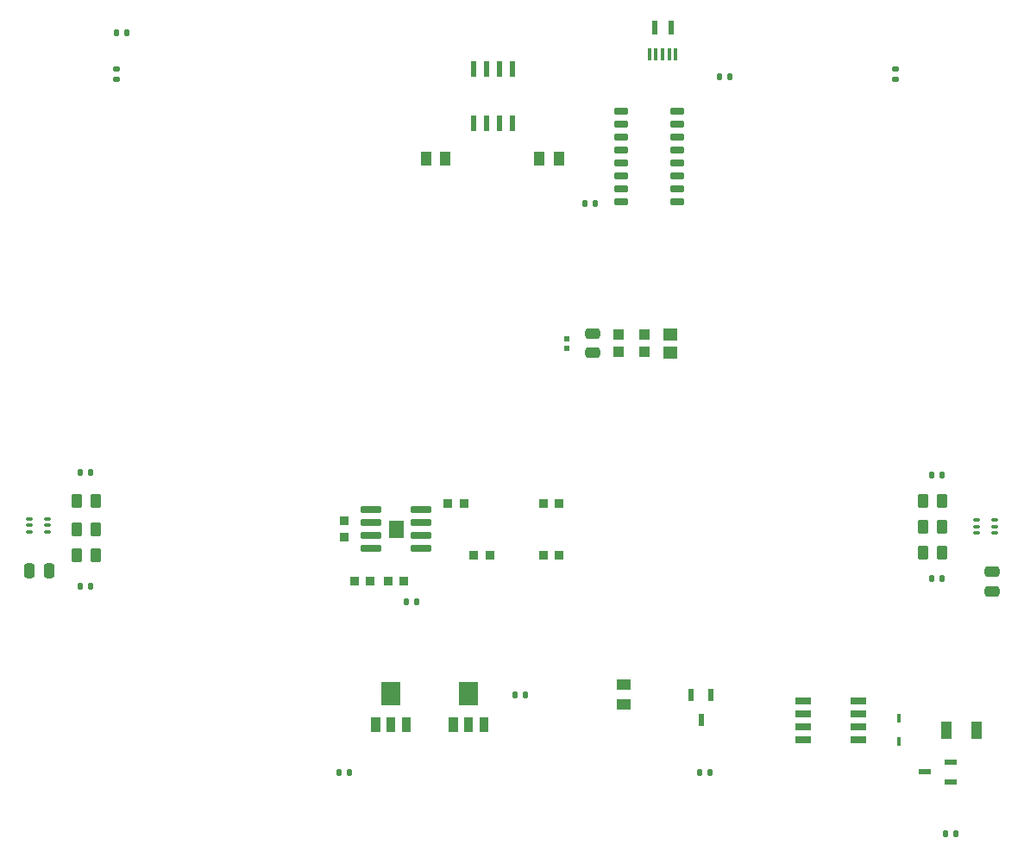
<source format=gbr>
%TF.GenerationSoftware,KiCad,Pcbnew,(7.0.0)*%
%TF.CreationDate,2023-03-21T11:43:52+02:00*%
%TF.ProjectId,EEE3088,45454533-3038-4382-9e6b-696361645f70,rev?*%
%TF.SameCoordinates,Original*%
%TF.FileFunction,Paste,Top*%
%TF.FilePolarity,Positive*%
%FSLAX46Y46*%
G04 Gerber Fmt 4.6, Leading zero omitted, Abs format (unit mm)*
G04 Created by KiCad (PCBNEW (7.0.0)) date 2023-03-21 11:43:52*
%MOMM*%
%LPD*%
G01*
G04 APERTURE LIST*
G04 Aperture macros list*
%AMRoundRect*
0 Rectangle with rounded corners*
0 $1 Rounding radius*
0 $2 $3 $4 $5 $6 $7 $8 $9 X,Y pos of 4 corners*
0 Add a 4 corners polygon primitive as box body*
4,1,4,$2,$3,$4,$5,$6,$7,$8,$9,$2,$3,0*
0 Add four circle primitives for the rounded corners*
1,1,$1+$1,$2,$3*
1,1,$1+$1,$4,$5*
1,1,$1+$1,$6,$7*
1,1,$1+$1,$8,$9*
0 Add four rect primitives between the rounded corners*
20,1,$1+$1,$2,$3,$4,$5,0*
20,1,$1+$1,$4,$5,$6,$7,0*
20,1,$1+$1,$6,$7,$8,$9,0*
20,1,$1+$1,$8,$9,$2,$3,0*%
G04 Aperture macros list end*
%ADD10C,0.010000*%
%ADD11RoundRect,0.075000X0.250000X0.075000X-0.250000X0.075000X-0.250000X-0.075000X0.250000X-0.075000X0*%
%ADD12RoundRect,0.135000X-0.135000X-0.185000X0.135000X-0.185000X0.135000X0.185000X-0.135000X0.185000X0*%
%ADD13RoundRect,0.250000X-0.475000X0.250000X-0.475000X-0.250000X0.475000X-0.250000X0.475000X0.250000X0*%
%ADD14R,0.600000X1.200000*%
%ADD15RoundRect,0.135000X0.135000X0.185000X-0.135000X0.185000X-0.135000X-0.185000X0.135000X-0.185000X0*%
%ADD16RoundRect,0.250000X-0.262500X-0.450000X0.262500X-0.450000X0.262500X0.450000X-0.262500X0.450000X0*%
%ADD17R,1.000000X1.100000*%
%ADD18R,0.900000X0.950000*%
%ADD19R,1.050000X1.750000*%
%ADD20R,1.450000X1.150000*%
%ADD21RoundRect,0.250000X0.262500X0.450000X-0.262500X0.450000X-0.262500X-0.450000X0.262500X-0.450000X0*%
%ADD22R,0.400000X1.250000*%
%ADD23R,0.600000X1.350000*%
%ADD24RoundRect,0.250000X-0.250000X-0.475000X0.250000X-0.475000X0.250000X0.475000X-0.250000X0.475000X0*%
%ADD25R,0.460000X0.820000*%
%ADD26R,0.950000X0.900000*%
%ADD27R,1.500000X0.650000*%
%ADD28RoundRect,0.042000X-0.943000X-0.258000X0.943000X-0.258000X0.943000X0.258000X-0.943000X0.258000X0*%
%ADD29R,1.200000X0.600000*%
%ADD30R,1.000000X1.450000*%
%ADD31R,0.620000X0.600000*%
%ADD32R,0.920000X0.970000*%
%ADD33RoundRect,0.075000X-0.250000X-0.075000X0.250000X-0.075000X0.250000X0.075000X-0.250000X0.075000X0*%
%ADD34RoundRect,0.135000X0.185000X-0.135000X0.185000X0.135000X-0.185000X0.135000X-0.185000X-0.135000X0*%
%ADD35R,0.600000X1.550000*%
%ADD36RoundRect,0.135000X-0.185000X0.135000X-0.185000X-0.135000X0.185000X-0.135000X0.185000X0.135000X0*%
%ADD37R,1.450000X1.000000*%
%ADD38RoundRect,0.049600X0.605400X0.260400X-0.605400X0.260400X-0.605400X-0.260400X0.605400X-0.260400X0*%
G04 APERTURE END LIST*
%TO.C,Battery-Charger1*%
G36*
X128179000Y-81084000D02*
G01*
X126889000Y-81084000D01*
X126889000Y-79444000D01*
X128179000Y-79444000D01*
X128179000Y-81084000D01*
G37*
D10*
X128179000Y-81084000D02*
X126889000Y-81084000D01*
X126889000Y-79444000D01*
X128179000Y-79444000D01*
X128179000Y-81084000D01*
%TO.C,Voltage-Regulator-2*%
G36*
X125900000Y-100143740D02*
G01*
X125097350Y-100143740D01*
X125097350Y-98740000D01*
X125900000Y-98740000D01*
X125900000Y-100143740D01*
G37*
X125900000Y-100143740D02*
X125097350Y-100143740D01*
X125097350Y-98740000D01*
X125900000Y-98740000D01*
X125900000Y-100143740D01*
G36*
X127900000Y-97460000D02*
G01*
X126099217Y-97460000D01*
X126099217Y-95260000D01*
X127900000Y-95260000D01*
X127900000Y-97460000D01*
G37*
X127900000Y-97460000D02*
X126099217Y-97460000D01*
X126099217Y-95260000D01*
X127900000Y-95260000D01*
X127900000Y-97460000D01*
G36*
X127400000Y-100142740D02*
G01*
X126599591Y-100142740D01*
X126599591Y-98740000D01*
X127400000Y-98740000D01*
X127400000Y-100142740D01*
G37*
X127400000Y-100142740D02*
X126599591Y-100142740D01*
X126599591Y-98740000D01*
X127400000Y-98740000D01*
X127400000Y-100142740D01*
G36*
X128900000Y-100141730D02*
G01*
X128100710Y-100141730D01*
X128100710Y-98740000D01*
X128900000Y-98740000D01*
X128900000Y-100141730D01*
G37*
X128900000Y-100141730D02*
X128100710Y-100141730D01*
X128100710Y-98740000D01*
X128900000Y-98740000D01*
X128900000Y-100141730D01*
%TO.C,Voltage-Regulator-1*%
G36*
X133520000Y-100143740D02*
G01*
X132717350Y-100143740D01*
X132717350Y-98740000D01*
X133520000Y-98740000D01*
X133520000Y-100143740D01*
G37*
X133520000Y-100143740D02*
X132717350Y-100143740D01*
X132717350Y-98740000D01*
X133520000Y-98740000D01*
X133520000Y-100143740D01*
G36*
X135520000Y-97460000D02*
G01*
X133719217Y-97460000D01*
X133719217Y-95260000D01*
X135520000Y-95260000D01*
X135520000Y-97460000D01*
G37*
X135520000Y-97460000D02*
X133719217Y-97460000D01*
X133719217Y-95260000D01*
X135520000Y-95260000D01*
X135520000Y-97460000D01*
G36*
X135020000Y-100142740D02*
G01*
X134219591Y-100142740D01*
X134219591Y-98740000D01*
X135020000Y-98740000D01*
X135020000Y-100142740D01*
G37*
X135020000Y-100142740D02*
X134219591Y-100142740D01*
X134219591Y-98740000D01*
X135020000Y-98740000D01*
X135020000Y-100142740D01*
G36*
X136520000Y-100141730D02*
G01*
X135720710Y-100141730D01*
X135720710Y-98740000D01*
X136520000Y-98740000D01*
X136520000Y-100141730D01*
G37*
X136520000Y-100141730D02*
X135720710Y-100141730D01*
X135720710Y-98740000D01*
X136520000Y-98740000D01*
X136520000Y-100141730D01*
%TD*%
D11*
%TO.C,U1*%
X186320000Y-80660000D03*
X186320000Y-80010000D03*
X186320000Y-79360000D03*
X184520000Y-79360000D03*
X184520000Y-80010000D03*
X184520000Y-80660000D03*
%TD*%
D12*
%TO.C,R30*%
X159254000Y-35814000D03*
X160274000Y-35814000D03*
%TD*%
D13*
%TO.C,C9*%
X146812000Y-61074000D03*
X146812000Y-62974000D03*
%TD*%
D14*
%TO.C,N-Mos1*%
X158429999Y-96519999D03*
X156529999Y-96519999D03*
X157479999Y-99019999D03*
%TD*%
D15*
%TO.C,R20*%
X181102000Y-85090000D03*
X180082000Y-85090000D03*
%TD*%
%TO.C,R8*%
X140210000Y-96520000D03*
X139190000Y-96520000D03*
%TD*%
D16*
%TO.C,R24*%
X179277000Y-82550000D03*
X181102000Y-82550000D03*
%TD*%
D17*
%TO.C,C5*%
X151891999Y-61173999D03*
X151891999Y-62873999D03*
%TD*%
D18*
%TO.C,LED2*%
X142023999Y-82803999D03*
X143523999Y-82803999D03*
%TD*%
D19*
%TO.C,R3*%
X184494999Y-99984999D03*
X181594999Y-99984999D03*
%TD*%
D20*
%TO.C,C8*%
X154431999Y-61123999D03*
X154431999Y-62923999D03*
%TD*%
D21*
%TO.C,R25*%
X98044000Y-77470000D03*
X96219000Y-77470000D03*
%TD*%
%TO.C,R27*%
X98044000Y-80264000D03*
X96219000Y-80264000D03*
%TD*%
D15*
%TO.C,R9*%
X122940000Y-104140000D03*
X121920000Y-104140000D03*
%TD*%
D22*
%TO.C,J1*%
X155007999Y-33637999D03*
X154357999Y-33637999D03*
X153707999Y-33637999D03*
X153057999Y-33637999D03*
X152407999Y-33637999D03*
D23*
X152907999Y-30987999D03*
X154507999Y-30987999D03*
%TD*%
D24*
%TO.C,C3*%
X91572000Y-84328000D03*
X93472000Y-84328000D03*
%TD*%
D21*
%TO.C,R23*%
X98044000Y-82804000D03*
X96219000Y-82804000D03*
%TD*%
D15*
%TO.C,R18*%
X97538000Y-74676000D03*
X96518000Y-74676000D03*
%TD*%
D25*
%TO.C,Z1*%
X176874999Y-101134999D03*
X176874999Y-98834999D03*
%TD*%
D26*
%TO.C,R2*%
X122453999Y-79463999D03*
X122453999Y-81063999D03*
%TD*%
D15*
%TO.C,R19*%
X97538000Y-85852000D03*
X96518000Y-85852000D03*
%TD*%
D27*
%TO.C,Op-Amp1*%
X167479999Y-97154999D03*
X167479999Y-98424999D03*
X167479999Y-99694999D03*
X167479999Y-100964999D03*
X172879999Y-100964999D03*
X172879999Y-99694999D03*
X172879999Y-98424999D03*
X172879999Y-97154999D03*
%TD*%
D28*
%TO.C,Battery-Charger1*%
X125059000Y-78359000D03*
X125059000Y-79629000D03*
X125059000Y-80899000D03*
X125059000Y-82169000D03*
X130009000Y-82169000D03*
X130009000Y-80899000D03*
X130009000Y-79629000D03*
X130009000Y-78359000D03*
%TD*%
D29*
%TO.C,P-Mos1*%
X181954999Y-105064999D03*
X181954999Y-103164999D03*
X179454999Y-104114999D03*
%TD*%
D18*
%TO.C,R32*%
X132613999Y-77723999D03*
X134213999Y-77723999D03*
%TD*%
D12*
%TO.C,R13*%
X100072000Y-31496000D03*
X101092000Y-31496000D03*
%TD*%
D13*
%TO.C,C4*%
X186055000Y-84455000D03*
X186055000Y-86355000D03*
%TD*%
D18*
%TO.C,LED1*%
X142023999Y-77723999D03*
X143523999Y-77723999D03*
%TD*%
D12*
%TO.C,R4*%
X181445000Y-110145000D03*
X182465000Y-110145000D03*
%TD*%
D30*
%TO.C,R28*%
X143504999Y-43847999D03*
X141604999Y-43847999D03*
%TD*%
%TO.C,R29*%
X130494999Y-43847999D03*
X132394999Y-43847999D03*
%TD*%
D31*
%TO.C,C7*%
X144271999Y-61563999D03*
X144271999Y-62483999D03*
%TD*%
D32*
%TO.C,C2*%
X128308999Y-85343999D03*
X126758999Y-85343999D03*
%TD*%
D33*
%TO.C,U2*%
X91545000Y-79260000D03*
X91545000Y-79910000D03*
X91545000Y-80560000D03*
X93345000Y-80560000D03*
X93345000Y-79910000D03*
X93345000Y-79260000D03*
%TD*%
D18*
%TO.C,R5*%
X136753999Y-82803999D03*
X135153999Y-82803999D03*
%TD*%
D34*
%TO.C,R11*%
X176530000Y-36068000D03*
X176530000Y-35048000D03*
%TD*%
D32*
%TO.C,C1*%
X123443999Y-85343999D03*
X124993999Y-85343999D03*
%TD*%
D35*
%TO.C,U3*%
X138937999Y-35051999D03*
X137667999Y-35051999D03*
X136397999Y-35051999D03*
X135127999Y-35051999D03*
X135127999Y-40451999D03*
X136397999Y-40451999D03*
X137667999Y-40451999D03*
X138937999Y-40451999D03*
%TD*%
D17*
%TO.C,C6*%
X149351999Y-61173999D03*
X149351999Y-62873999D03*
%TD*%
D16*
%TO.C,R22*%
X179277000Y-77470000D03*
X181102000Y-77470000D03*
%TD*%
D12*
%TO.C,R21*%
X180082000Y-74930000D03*
X181102000Y-74930000D03*
%TD*%
D36*
%TO.C,R12*%
X100076000Y-35048000D03*
X100076000Y-36068000D03*
%TD*%
D12*
%TO.C,R10*%
X157320000Y-104140000D03*
X158340000Y-104140000D03*
%TD*%
D37*
%TO.C,R7*%
X149859999Y-95569999D03*
X149859999Y-97469999D03*
%TD*%
D16*
%TO.C,R26*%
X179277000Y-80010000D03*
X181102000Y-80010000D03*
%TD*%
D15*
%TO.C,R6*%
X129544000Y-87376000D03*
X128524000Y-87376000D03*
%TD*%
D38*
%TO.C,U4*%
X155150000Y-48133000D03*
X155150000Y-46863000D03*
X155150000Y-45593000D03*
X155150000Y-44323000D03*
X155150000Y-43053000D03*
X155150000Y-41783000D03*
X155150000Y-40513000D03*
X155150000Y-39243000D03*
X149650000Y-39243000D03*
X149650000Y-40513000D03*
X149650000Y-41783000D03*
X149650000Y-43053000D03*
X149650000Y-44323000D03*
X149650000Y-45593000D03*
X149650000Y-46863000D03*
X149650000Y-48133000D03*
%TD*%
D12*
%TO.C,R31*%
X146046000Y-48260000D03*
X147066000Y-48260000D03*
%TD*%
M02*

</source>
